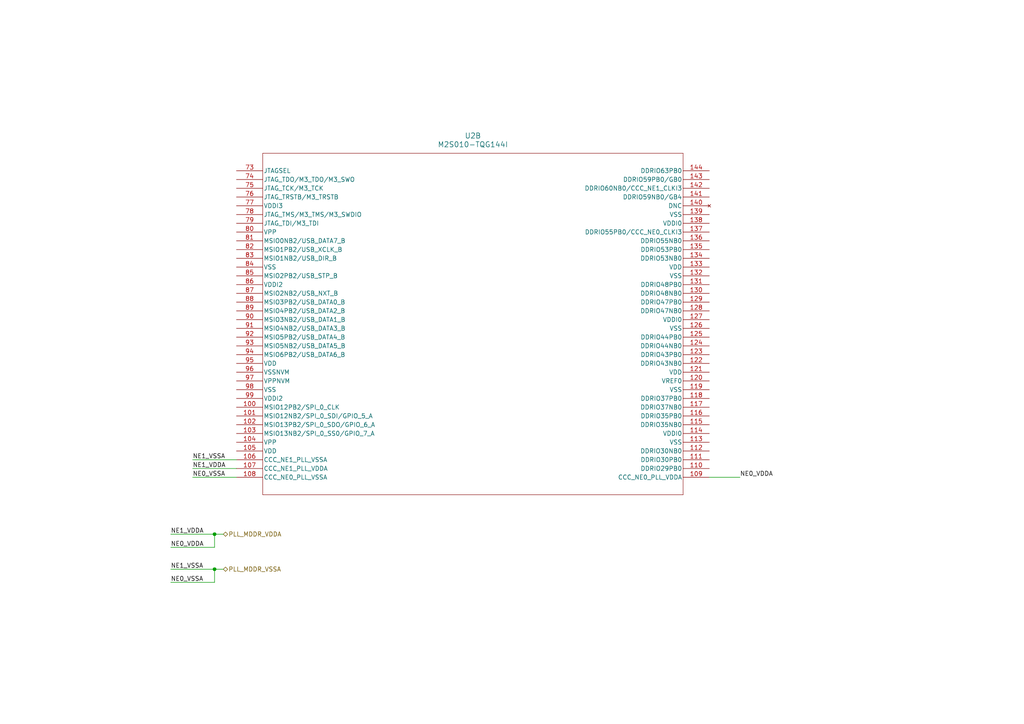
<source format=kicad_sch>
(kicad_sch (version 20231120) (generator "eeschema") (generator_version "8.0")
  (paper "A4")
  (title_block (title "ICARUS-2 OBDH") (date "2024-03-24") (rev "POC 2.0") (comment 2 "WILLIAN BUENO SANTOS") (comment 3 "ISRAEL RODRIGUES DUTRA") (comment 4 "ADRIANO CÉSAR DE SOUSA PEREIRA"))
  (lib_symbols
    (symbol "M2S010-1TQG144A:M2S010-TQG144I" (pin_names (offset 0.254))
      (property "Reference" "U" (at 63.5 10.16 0))
      (property "Value" "M2S010-TQG144I" (at 63.5 7.62 0))
      (symbol "M2S010-TQG144I_1_1"
        (polyline (pts (xy 7.62 -93.98) (xy 119.38 -93.98)) (stroke (width 0.127)))
        (polyline (pts (xy 7.62 5.08) (xy 7.62 -93.98)) (stroke (width 0.127)))
        (polyline (pts (xy 119.38 -93.98) (xy 119.38 5.08)) (stroke (width 0.127)))
        (polyline (pts (xy 119.38 5.08) (xy 7.62 5.08)) (stroke (width 0.127)))
        (pin bidirectional line (at 0 0 0) (length 7.62) (name "MSIO64NB7") (number "1"))
        (pin bidirectional line (at 0 -22.86 0) (length 7.62) (name "MSIO73NB7") (number "10"))
        (pin power_out line (at 0 -25.4 0) (length 7.62) (name "VSS") (number "11"))
        (pin power_in line (at 0 -27.94 0) (length 7.62) (name "VDD") (number "12"))
        (pin bidirectional line (at 0 -30.48 0) (length 7.62) (name "MSIO76NB7") (number "13"))
        (pin bidirectional line (at 0 -33.02 0) (length 7.62) (name "MSIO76PB7") (number "14"))
        (pin bidirectional line (at 0 -35.56 0) (length 7.62) (name "MSIO77NB7") (number "15"))
        (pin bidirectional line (at 0 -38.1 0) (length 7.62) (name "MSIO77PB7") (number "16"))
        (pin power_in line (at 0 -40.64 0) (length 7.62) (name "VDDI7") (number "17"))
        (pin power_out line (at 0 -43.18 0) (length 7.62) (name "VSS") (number "18"))
        (pin bidirectional line (at 0 -45.72 0) (length 7.62) (name "MSIO79NB7") (number "19"))
        (pin bidirectional line (at 0 -2.54 0) (length 7.62) (name "MSIO64PB7") (number "2"))
        (pin bidirectional line (at 0 -48.26 0) (length 7.62) (name "MSIO79PB7/GB1") (number "20"))
        (pin bidirectional line (at 0 -50.8 0) (length 7.62) (name "MSIO81NB7") (number "21"))
        (pin bidirectional line (at 0 -53.34 0) (length 7.62) (name "MSIO81PB7") (number "22"))
        (pin bidirectional line (at 0 -55.88 0) (length 7.62) (name "MSIOD84PB6/CCC_NE1_CLKI2") (number "23"))
        (pin bidirectional line (at 0 -58.42 0) (length 7.62) (name "MSIOD85PB6/CCC_NE1_CLKI1") (number "24"))
        (pin power_in line (at 0 -60.96 0) (length 7.62) (name "VDDI6") (number "25"))
        (pin power_out line (at 0 -63.5 0) (length 7.62) (name "VSS") (number "26"))
        (pin bidirectional line (at 0 -66.04 0) (length 7.62) (name "MSIOD90NB6") (number "27"))
        (pin bidirectional line (at 0 -68.58 0) (length 7.62) (name "MSIOD90PB6") (number "28"))
        (pin bidirectional line (at 0 -71.12 0) (length 7.62) (name "MSIOD93NB6") (number "29"))
        (pin bidirectional line (at 0 -5.08 0) (length 7.62) (name "MSIO67NB7") (number "3"))
        (pin bidirectional line (at 0 -73.66 0) (length 7.62) (name "MSIOD93PB6") (number "30"))
        (pin power_in line (at 0 -76.2 0) (length 7.62) (name "VDD") (number "31"))
        (pin bidirectional line (at 0 -78.74 0) (length 7.62) (name "MSIOD96PB6") (number "32"))
        (pin bidirectional line (at 0 -81.28 0) (length 7.62) (name "MSIOD96NB6") (number "33"))
        (pin power_out line (at 0 -83.82 0) (length 7.62) (name "VSS") (number "34"))
        (pin power_in line (at 0 -86.36 0) (length 7.62) (name "VDDI6") (number "35"))
        (pin bidirectional line (at 0 -88.9 0) (length 7.62) (name "MSIOD98NB6") (number "36"))
        (pin bidirectional line (at 127 -88.9 180) (length 7.62) (name "MSIOD99PB6") (number "37"))
        (pin bidirectional line (at 127 -86.36 180) (length 7.62) (name "MSIOD99NB6") (number "38"))
        (pin power_in line (at 127 -83.82 180) (length 7.62) (name "VDD") (number "39"))
        (pin bidirectional line (at 0 -7.62 0) (length 7.62) (name "MSIO67PB7") (number "4"))
        (pin power_out line (at 127 -81.28 180) (length 7.62) (name "VSS") (number "40"))
        (pin power_in line (at 127 -78.74 180) (length 7.62) (name "VPP") (number "41"))
        (pin power_out line (at 127 -76.2 180) (length 7.62) (name "VSS") (number "42"))
        (pin bidirectional line (at 127 -73.66 180) (length 7.62) (name "MSIO102PB4") (number "43"))
        (pin bidirectional line (at 127 -71.12 180) (length 7.62) (name "MSIO102NB4/CCC_NE1_CLKI0") (number "44"))
        (pin power_in line (at 127 -68.58 180) (length 7.62) (name "VDDI4") (number "45"))
        (pin bidirectional line (at 127 -66.04 180) (length 7.62) (name "MSIO103NB4/PROBE_B") (number "46"))
        (pin bidirectional line (at 127 -63.5 180) (length 7.62) (name "MSIO103PB4/PROBE_A") (number "47"))
        (pin bidirectional line (at 127 -60.96 180) (length 7.62) (name "MSIO104NB4/GB7") (number "48"))
        (pin bidirectional line (at 127 -58.42 180) (length 7.62) (name "MSIO104PB4/GB3") (number "49"))
        (pin power_out line (at 0 -10.16 0) (length 7.62) (name "VSS") (number "5"))
        (pin power_in line (at 127 -55.88 180) (length 7.62) (name "VDD") (number "50"))
        (pin power_out line (at 127 -53.34 180) (length 7.62) (name "VSS") (number "51"))
        (pin bidirectional line (at 127 -50.8 180) (length 7.62) (name "MSIO105PB4/CCC_NE0_CLKI0") (number "52"))
        (pin bidirectional line (at 127 -48.26 180) (length 7.62) (name "MSIO105NB4") (number "53"))
        (pin power_in line (at 127 -45.72 180) (length 7.62) (name "VDDI4") (number "54"))
        (pin bidirectional line (at 127 -43.18 180) (length 7.62) (name "MSIO106PB4") (number "55"))
        (pin bidirectional line (at 127 -40.64 180) (length 7.62) (name "MSIO106NB4") (number "56"))
        (pin bidirectional line (at 127 -38.1 180) (length 7.62) (name "MSIO108PB4") (number "57"))
        (pin bidirectional line (at 127 -35.56 180) (length 7.62) (name "MSIO108NB4") (number "58"))
        (pin power_out line (at 127 -33.02 180) (length 7.62) (name "VSS") (number "59"))
        (pin power_in line (at 0 -12.7 0) (length 7.62) (name "VDDI7") (number "6"))
        (pin bidirectional line (at 127 -30.48 180) (length 7.62) (name "MSIO109PB4") (number "60"))
        (pin bidirectional line (at 127 -27.94 180) (length 7.62) (name "MSIO109NB4") (number "61"))
        (pin power_in line (at 127 -25.4 180) (length 7.62) (name "VDDI4") (number "62"))
        (pin bidirectional line (at 127 -22.86 180) (length 7.62) (name "MSIO113PB4") (number "63"))
        (pin bidirectional line (at 127 -20.32 180) (length 7.62) (name "MSIO113NB4") (number "64"))
        (pin power_out line (at 127 -17.78 180) (length 7.62) (name "VSS") (number "65"))
        (pin bidirectional line (at 127 -15.24 180) (length 7.62) (name "MSIO114PB4") (number "66"))
        (pin bidirectional line (at 127 -12.7 180) (length 7.62) (name "MSIO114NB4") (number "67"))
        (pin input line (at 127 -10.16 180) (length 7.62) (name "XTLOSC_AUX_XTAL") (number "68"))
        (pin input line (at 127 -7.62 180) (length 7.62) (name "XTLOSC_AUX_EXTAL") (number "69"))
        (pin bidirectional line (at 0 -15.24 0) (length 7.62) (name "MSIO71NB7") (number "7"))
        (pin input line (at 127 -5.08 180) (length 7.62) (name "XTLOSC_MAIN_XTAL") (number "70"))
        (pin input line (at 127 -2.54 180) (length 7.62) (name "XTLOSC_MAIN_EXTAL") (number "71"))
        (pin input line (at 127 0 180) (length 7.62) (name "DEVRST_N") (number "72"))
        (pin bidirectional line (at 0 -17.78 0) (length 7.62) (name "MSIO71PB7") (number "8"))
        (pin bidirectional line (at 0 -20.32 0) (length 7.62) (name "MSIO72NB7") (number "9"))
      )
      (symbol "M2S010-TQG144I_2_1"
        (polyline (pts (xy 7.62 -93.98) (xy 129.54 -93.98)) (stroke (width 0.127)))
        (polyline (pts (xy 7.62 5.08) (xy 7.62 -93.98)) (stroke (width 0.127)))
        (polyline (pts (xy 129.54 -93.98) (xy 129.54 5.08)) (stroke (width 0.127)))
        (polyline (pts (xy 129.54 5.08) (xy 7.62 5.08)) (stroke (width 0.127)))
        (pin bidirectional line (at 0 -68.58 0) (length 7.62) (name "MSIO12PB2/SPI_0_CLK") (number "100"))
        (pin bidirectional line (at 0 -71.12 0) (length 7.62) (name "MSIO12NB2/SPI_0_SDI/GPIO_5_A") (number "101"))
        (pin bidirectional line (at 0 -73.66 0) (length 7.62) (name "MSIO13PB2/SPI_0_SDO/GPIO_6_A") (number "102"))
        (pin bidirectional line (at 0 -76.2 0) (length 7.62) (name "MSIO13NB2/SPI_0_SS0/GPIO_7_A") (number "103"))
        (pin power_in line (at 0 -78.74 0) (length 7.62) (name "VPP") (number "104"))
        (pin power_in line (at 0 -81.28 0) (length 7.62) (name "VDD") (number "105"))
        (pin power_out line (at 0 -83.82 0) (length 7.62) (name "CCC_NE1_PLL_VSSA") (number "106"))
        (pin power_in line (at 0 -86.36 0) (length 7.62) (name "CCC_NE1_PLL_VDDA") (number "107"))
        (pin power_out line (at 0 -88.9 0) (length 7.62) (name "CCC_NE0_PLL_VSSA") (number "108"))
        (pin power_in line (at 137.16 -88.9 180) (length 7.62) (name "CCC_NE0_PLL_VDDA") (number "109"))
        (pin bidirectional line (at 137.16 -86.36 180) (length 7.62) (name "DDRIO29PB0") (number "110"))
        (pin bidirectional line (at 137.16 -83.82 180) (length 7.62) (name "DDRIO30PB0") (number "111"))
        (pin bidirectional line (at 137.16 -81.28 180) (length 7.62) (name "DDRIO30NB0") (number "112"))
        (pin power_out line (at 137.16 -78.74 180) (length 7.62) (name "VSS") (number "113"))
        (pin power_in line (at 137.16 -76.2 180) (length 7.62) (name "VDDI0") (number "114"))
        (pin bidirectional line (at 137.16 -73.66 180) (length 7.62) (name "DDRIO35NB0") (number "115"))
        (pin bidirectional line (at 137.16 -71.12 180) (length 7.62) (name "DDRIO35PB0") (number "116"))
        (pin bidirectional line (at 137.16 -68.58 180) (length 7.62) (name "DDRIO37NB0") (number "117"))
        (pin bidirectional line (at 137.16 -66.04 180) (length 7.62) (name "DDRIO37PB0") (number "118"))
        (pin power_out line (at 137.16 -63.5 180) (length 7.62) (name "VSS") (number "119"))
        (pin power_in line (at 137.16 -60.96 180) (length 7.62) (name "VREF0") (number "120"))
        (pin power_in line (at 137.16 -58.42 180) (length 7.62) (name "VDD") (number "121"))
        (pin bidirectional line (at 137.16 -55.88 180) (length 7.62) (name "DDRIO43NB0") (number "122"))
        (pin bidirectional line (at 137.16 -53.34 180) (length 7.62) (name "DDRIO43PB0") (number "123"))
        (pin bidirectional line (at 137.16 -50.8 180) (length 7.62) (name "DDRIO44NB0") (number "124"))
        (pin bidirectional line (at 137.16 -48.26 180) (length 7.62) (name "DDRIO44PB0") (number "125"))
        (pin power_out line (at 137.16 -45.72 180) (length 7.62) (name "VSS") (number "126"))
        (pin power_in line (at 137.16 -43.18 180) (length 7.62) (name "VDDI0") (number "127"))
        (pin bidirectional line (at 137.16 -40.64 180) (length 7.62) (name "DDRIO47NB0") (number "128"))
        (pin bidirectional line (at 137.16 -38.1 180) (length 7.62) (name "DDRIO47PB0") (number "129"))
        (pin bidirectional line (at 137.16 -35.56 180) (length 7.62) (name "DDRIO48NB0") (number "130"))
        (pin bidirectional line (at 137.16 -33.02 180) (length 7.62) (name "DDRIO48PB0") (number "131"))
        (pin power_out line (at 137.16 -30.48 180) (length 7.62) (name "VSS") (number "132"))
        (pin power_in line (at 137.16 -27.94 180) (length 7.62) (name "VDD") (number "133"))
        (pin bidirectional line (at 137.16 -25.4 180) (length 7.62) (name "DDRIO53NB0") (number "134"))
        (pin bidirectional line (at 137.16 -22.86 180) (length 7.62) (name "DDRIO53PB0") (number "135"))
        (pin bidirectional line (at 137.16 -20.32 180) (length 7.62) (name "DDRIO55NB0") (number "136"))
        (pin bidirectional line (at 137.16 -17.78 180) (length 7.62) (name "DDRIO55PB0/CCC_NE0_CLKI3") (number "137"))
        (pin power_in line (at 137.16 -15.24 180) (length 7.62) (name "VDDI0") (number "138"))
        (pin power_out line (at 137.16 -12.7 180) (length 7.62) (name "VSS") (number "139"))
        (pin no_connect line (at 137.16 -10.16 180) (length 7.62) (name "DNC") (number "140"))
        (pin bidirectional line (at 137.16 -7.62 180) (length 7.62) (name "DDRIO59NB0/GB4") (number "141"))
        (pin bidirectional line (at 137.16 -5.08 180) (length 7.62) (name "DDRIO60NB0/CCC_NE1_CLKI3") (number "142"))
        (pin bidirectional line (at 137.16 -2.54 180) (length 7.62) (name "DDRIO59PB0/GB0") (number "143"))
        (pin bidirectional line (at 137.16 0 180) (length 7.62) (name "DDRIO63PB0") (number "144"))
        (pin input line (at 0 0 0) (length 7.62) (name "JTAGSEL") (number "73"))
        (pin output line (at 0 -2.54 0) (length 7.62) (name "JTAG_TDO/M3_TDO/M3_SWO") (number "74"))
        (pin input line (at 0 -5.08 0) (length 7.62) (name "JTAG_TCK/M3_TCK") (number "75"))
        (pin input line (at 0 -7.62 0) (length 7.62) (name "JTAG_TRSTB/M3_TRSTB") (number "76"))
        (pin power_in line (at 0 -10.16 0) (length 7.62) (name "VDDI3") (number "77"))
        (pin input line (at 0 -12.7 0) (length 7.62) (name "JTAG_TMS/M3_TMS/M3_SWDIO") (number "78"))
        (pin input line (at 0 -15.24 0) (length 7.62) (name "JTAG_TDI/M3_TDI") (number "79"))
        (pin power_in line (at 0 -17.78 0) (length 7.62) (name "VPP") (number "80"))
        (pin bidirectional line (at 0 -20.32 0) (length 7.62) (name "MSIO0NB2/USB_DATA7_B") (number "81"))
        (pin bidirectional line (at 0 -22.86 0) (length 7.62) (name "MSIO1PB2/USB_XCLK_B") (number "82"))
        (pin bidirectional line (at 0 -25.4 0) (length 7.62) (name "MSIO1NB2/USB_DIR_B") (number "83"))
        (pin power_out line (at 0 -27.94 0) (length 7.62) (name "VSS") (number "84"))
        (pin bidirectional line (at 0 -30.48 0) (length 7.62) (name "MSIO2PB2/USB_STP_B") (number "85"))
        (pin power_in line (at 0 -33.02 0) (length 7.62) (name "VDDI2") (number "86"))
        (pin bidirectional line (at 0 -35.56 0) (length 7.62) (name "MSIO2NB2/USB_NXT_B") (number "87"))
        (pin bidirectional line (at 0 -38.1 0) (length 7.62) (name "MSIO3PB2/USB_DATA0_B") (number "88"))
        (pin bidirectional line (at 0 -40.64 0) (length 7.62) (name "MSIO4PB2/USB_DATA2_B") (number "89"))
        (pin bidirectional line (at 0 -43.18 0) (length 7.62) (name "MSIO3NB2/USB_DATA1_B") (number "90"))
        (pin bidirectional line (at 0 -45.72 0) (length 7.62) (name "MSIO4NB2/USB_DATA3_B") (number "91"))
        (pin bidirectional line (at 0 -48.26 0) (length 7.62) (name "MSIO5PB2/USB_DATA4_B") (number "92"))
        (pin bidirectional line (at 0 -50.8 0) (length 7.62) (name "MSIO5NB2/USB_DATA5_B") (number "93"))
        (pin bidirectional line (at 0 -53.34 0) (length 7.62) (name "MSIO6PB2/USB_DATA6_B") (number "94"))
        (pin power_in line (at 0 -55.88 0) (length 7.62) (name "VDD") (number "95"))
        (pin power_out line (at 0 -58.42 0) (length 7.62) (name "VSSNVM") (number "96"))
        (pin power_in line (at 0 -60.96 0) (length 7.62) (name "VPPNVM") (number "97"))
        (pin power_out line (at 0 -63.5 0) (length 7.62) (name "VSS") (number "98"))
        (pin power_in line (at 0 -66.04 0) (length 7.62) (name "VDDI2") (number "99"))
      )
    )
  )
  (junction (at 62.23 154.94))
  (junction (at 62.23 165.1))
  (wire (pts (xy 49.53 168.91) (xy 62.23 168.91)))
  (wire (pts (xy 49.53 165.1) (xy 62.23 165.1)))
  (wire (pts (xy 62.23 165.1) (xy 64.77 165.1)))
  (wire (pts (xy 49.53 154.94) (xy 62.23 154.94)))
  (wire (pts (xy 62.23 168.91) (xy 62.23 165.1)))
  (wire (pts (xy 55.88 138.43) (xy 68.58 138.43)))
  (wire (pts (xy 55.88 133.35) (xy 68.58 133.35)))
  (wire (pts (xy 49.53 158.75) (xy 62.23 158.75)))
  (wire (pts (xy 62.23 154.94) (xy 64.77 154.94)))
  (wire (pts (xy 55.88 135.89) (xy 68.58 135.89)))
  (wire (pts (xy 205.74 138.43) (xy 214.63 138.43)))
  (wire (pts (xy 62.23 158.75) (xy 62.23 154.94)))
  (label "NE1_VSSA" (at 55.88 133.35 0))
  (label "NE1_VSSA" (at 49.53 165.1 0))
  (label "NE0_VSSA" (at 49.53 168.91 0))
  (label "NE0_VDDA" (at 214.63 138.43 0))
  (label "NE1_VDDA" (at 55.88 135.89 0))
  (label "NE0_VDDA" (at 49.53 158.75 0))
  (label "NE0_VSSA" (at 55.88 138.43 0))
  (label "NE1_VDDA" (at 49.53 154.94 0))
  (hierarchical_label "PLL_MDDR_VSSA" (shape bidirectional) (at 64.77 165.1 0))
  (hierarchical_label "PLL_MDDR_VDDA" (shape bidirectional) (at 64.77 154.94 0))
  (symbol (lib_id "M2S010-1TQG144A:M2S010-TQG144I") (at 68.58 49.53 0) (unit 2)
    (property "Reference" "U2" (at 137.16 39.37 0) (effects (font (size 1.524 1.524))))
    (property "Value" "M2S010-TQG144I" (at 137.16 41.91 0) (effects (font (size 1.524 1.524))))
    (property "Footprint" "ul_M2S010-TQG144I_B:TQ144_MCH-L" (effects (hide yes)))
    (property "Datasheet" "M2S010-TQG144I" (effects (hide yes)))
  )
)
</source>
